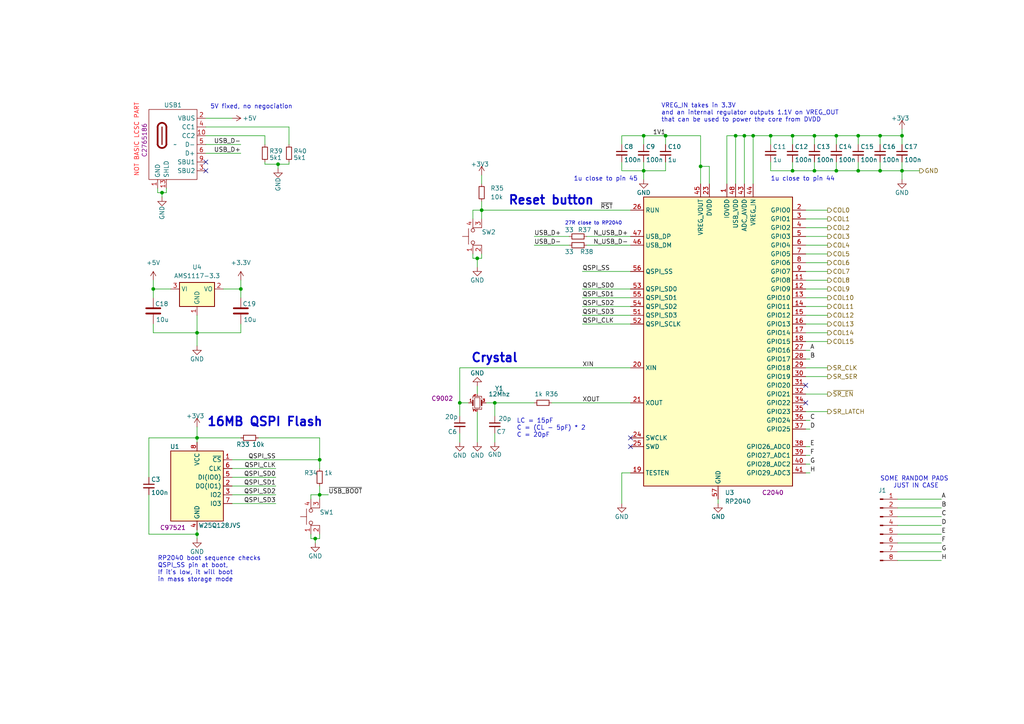
<source format=kicad_sch>
(kicad_sch (version 20231120) (generator "eeschema") (generator_version "8.0")
  (paper "A4")
  (lib_symbols
    (symbol "Connector:Conn_01x08_Pin" (pin_names (offset 1.016) hide)
      (property "Reference" "J" (at 0 10.16 0))
      (property "Value" "Conn_01x08_Pin" (at 0 -12.7 0))
      (symbol "Conn_01x08_Pin_1_1"
        (polyline (pts (xy 1.27 -10.16) (xy 0.8636 -10.16)) (stroke (width 0.1524)))
        (polyline (pts (xy 1.27 -7.62) (xy 0.8636 -7.62)) (stroke (width 0.1524)))
        (polyline (pts (xy 1.27 -5.08) (xy 0.8636 -5.08)) (stroke (width 0.1524)))
        (polyline (pts (xy 1.27 -2.54) (xy 0.8636 -2.54)) (stroke (width 0.1524)))
        (polyline (pts (xy 1.27 0) (xy 0.8636 0)) (stroke (width 0.1524)))
        (polyline (pts (xy 1.27 2.54) (xy 0.8636 2.54)) (stroke (width 0.1524)))
        (polyline (pts (xy 1.27 5.08) (xy 0.8636 5.08)) (stroke (width 0.1524)))
        (polyline (pts (xy 1.27 7.62) (xy 0.8636 7.62)) (stroke (width 0.1524)))
        (rectangle (start 0.8636 -10.033) (end 0 -10.287) (stroke (width 0.1524)) (fill (type outline)))
        (rectangle (start 0.8636 -7.493) (end 0 -7.747) (stroke (width 0.1524)) (fill (type outline)))
        (rectangle (start 0.8636 -4.953) (end 0 -5.207) (stroke (width 0.1524)) (fill (type outline)))
        (rectangle (start 0.8636 -2.413) (end 0 -2.667) (stroke (width 0.1524)) (fill (type outline)))
        (rectangle (start 0.8636 0.127) (end 0 -0.127) (stroke (width 0.1524)) (fill (type outline)))
        (rectangle (start 0.8636 2.667) (end 0 2.413) (stroke (width 0.1524)) (fill (type outline)))
        (rectangle (start 0.8636 5.207) (end 0 4.953) (stroke (width 0.1524)) (fill (type outline)))
        (rectangle (start 0.8636 7.747) (end 0 7.493) (stroke (width 0.1524)) (fill (type outline)))
        (pin passive line (at 5.08 7.62 180) (length 3.81) (name "Pin_1") (number "1"))
        (pin passive line (at 5.08 5.08 180) (length 3.81) (name "Pin_2") (number "2"))
        (pin passive line (at 5.08 2.54 180) (length 3.81) (name "Pin_3") (number "3"))
        (pin passive line (at 5.08 0 180) (length 3.81) (name "Pin_4") (number "4"))
        (pin passive line (at 5.08 -2.54 180) (length 3.81) (name "Pin_5") (number "5"))
        (pin passive line (at 5.08 -5.08 180) (length 3.81) (name "Pin_6") (number "6"))
        (pin passive line (at 5.08 -7.62 180) (length 3.81) (name "Pin_7") (number "7"))
        (pin passive line (at 5.08 -10.16 180) (length 3.81) (name "Pin_8") (number "8"))
      )
    )
    (symbol "Device:C" (pin_numbers hide) (pin_names (offset 0.254))
      (property "Reference" "C" (at 0.635 2.54 0))
      (property "Value" "C" (at 0.635 -2.54 0))
      (symbol "C_0_1"
        (polyline (pts (xy -2.032 -0.762) (xy 2.032 -0.762)) (stroke (width 0.508)))
        (polyline (pts (xy -2.032 0.762) (xy 2.032 0.762)) (stroke (width 0.508)))
      )
      (symbol "C_1_1"
        (pin passive line (at 0 3.81 270) (length 2.794) (name "~") (number "1"))
        (pin passive line (at 0 -3.81 90) (length 2.794) (name "~") (number "2"))
      )
    )
    (symbol "Device:C_Small" (pin_numbers hide) (pin_names (offset 0.254) hide)
      (property "Reference" "C" (at 0.254 1.778 0))
      (property "Value" "C_Small" (at 0.254 -2.032 0))
      (symbol "C_Small_0_1"
        (polyline (pts (xy -1.524 -0.508) (xy 1.524 -0.508)) (stroke (width 0.3302)))
        (polyline (pts (xy -1.524 0.508) (xy 1.524 0.508)) (stroke (width 0.3048)))
      )
      (symbol "C_Small_1_1"
        (pin passive line (at 0 2.54 270) (length 2.032) (name "~") (number "1"))
        (pin passive line (at 0 -2.54 90) (length 2.032) (name "~") (number "2"))
      )
    )
    (symbol "Device:Crystal_GND24_Small" (pin_names (offset 1.016) hide)
      (property "Reference" "Y" (at 1.27 4.445 0))
      (property "Value" "Crystal_GND24_Small" (at 1.27 2.54 0))
      (symbol "Crystal_GND24_Small_0_1"
        (rectangle (start -0.762 -1.524) (end 0.762 1.524))
        (polyline (pts (xy -1.27 -0.762) (xy -1.27 0.762)) (stroke (width 0.381)))
        (polyline (pts (xy 1.27 -0.762) (xy 1.27 0.762)) (stroke (width 0.381)))
        (polyline (pts (xy -1.27 -1.27) (xy -1.27 -1.905) (xy 1.27 -1.905) (xy 1.27 -1.27)))
        (polyline (pts (xy -1.27 1.27) (xy -1.27 1.905) (xy 1.27 1.905) (xy 1.27 1.27)))
      )
      (symbol "Crystal_GND24_Small_1_1"
        (pin passive line (at -2.54 0 0) (length 1.27) (name "1") (number "1"))
        (pin passive line (at 0 -2.54 90) (length 0.635) (name "2") (number "2"))
        (pin passive line (at 2.54 0 180) (length 1.27) (name "3") (number "3"))
        (pin passive line (at 0 2.54 270) (length 0.635) (name "4") (number "4"))
      )
    )
    (symbol "Device:R_Small" (pin_numbers hide) (pin_names (offset 0.254) hide)
      (property "Reference" "R" (at 0.762 0.508 0))
      (property "Value" "R_Small" (at 0.762 -1.016 0))
      (symbol "R_Small_0_1"
        (rectangle (start -0.762 1.778) (end 0.762 -1.778) (stroke (width 0.2032)))
      )
      (symbol "R_Small_1_1"
        (pin passive line (at 0 2.54 270) (length 0.762) (name "~") (number "1"))
        (pin passive line (at 0 -2.54 90) (length 0.762) (name "~") (number "2"))
      )
    )
    (symbol "MCU_RaspberryPi:RP2040"
      (property "Reference" "U" (at 17.78 45.72 0))
      (property "Value" "RP2040" (at 17.78 43.18 0))
      (symbol "RP2040_0_1"
        (rectangle (start -21.59 41.91) (end 21.59 -41.91) (stroke (width 0.254)) (fill (type background)))
      )
      (symbol "RP2040_1_1"
        (pin power_in line (at 2.54 45.72 270) (length 3.81) (name "IOVDD") (number "1"))
        (pin passive line (at 2.54 45.72 270) (length 3.81) hide (name "IOVDD") (number "10"))
        (pin bidirectional line (at 25.4 17.78 180) (length 3.81) (name "GPIO8") (number "11"))
        (pin bidirectional line (at 25.4 15.24 180) (length 3.81) (name "GPIO9") (number "12"))
        (pin bidirectional line (at 25.4 12.7 180) (length 3.81) (name "GPIO10") (number "13"))
        (pin bidirectional line (at 25.4 10.16 180) (length 3.81) (name "GPIO11") (number "14"))
        (pin bidirectional line (at 25.4 7.62 180) (length 3.81) (name "GPIO12") (number "15"))
        (pin bidirectional line (at 25.4 5.08 180) (length 3.81) (name "GPIO13") (number "16"))
        (pin bidirectional line (at 25.4 2.54 180) (length 3.81) (name "GPIO14") (number "17"))
        (pin bidirectional line (at 25.4 0 180) (length 3.81) (name "GPIO15") (number "18"))
        (pin input line (at -25.4 -38.1 0) (length 3.81) (name "TESTEN") (number "19"))
        (pin bidirectional line (at 25.4 38.1 180) (length 3.81) (name "GPIO0") (number "2"))
        (pin input line (at -25.4 -7.62 0) (length 3.81) (name "XIN") (number "20"))
        (pin passive line (at -25.4 -17.78 0) (length 3.81) (name "XOUT") (number "21"))
        (pin passive line (at 2.54 45.72 270) (length 3.81) hide (name "IOVDD") (number "22"))
        (pin power_in line (at -2.54 45.72 270) (length 3.81) (name "DVDD") (number "23"))
        (pin input line (at -25.4 -27.94 0) (length 3.81) (name "SWCLK") (number "24"))
        (pin bidirectional line (at -25.4 -30.48 0) (length 3.81) (name "SWD") (number "25"))
        (pin input line (at -25.4 38.1 0) (length 3.81) (name "RUN") (number "26"))
        (pin bidirectional line (at 25.4 -2.54 180) (length 3.81) (name "GPIO16") (number "27"))
        (pin bidirectional line (at 25.4 -5.08 180) (length 3.81) (name "GPIO17") (number "28"))
        (pin bidirectional line (at 25.4 -7.62 180) (length 3.81) (name "GPIO18") (number "29"))
        (pin bidirectional line (at 25.4 35.56 180) (length 3.81) (name "GPIO1") (number "3"))
        (pin bidirectional line (at 25.4 -10.16 180) (length 3.81) (name "GPIO19") (number "30"))
        (pin bidirectional line (at 25.4 -12.7 180) (length 3.81) (name "GPIO20") (number "31"))
        (pin bidirectional line (at 25.4 -15.24 180) (length 3.81) (name "GPIO21") (number "32"))
        (pin passive line (at 2.54 45.72 270) (length 3.81) hide (name "IOVDD") (number "33"))
        (pin bidirectional line (at 25.4 -17.78 180) (length 3.81) (name "GPIO22") (number "34"))
        (pin bidirectional line (at 25.4 -20.32 180) (length 3.81) (name "GPIO23") (number "35"))
        (pin bidirectional line (at 25.4 -22.86 180) (length 3.81) (name "GPIO24") (number "36"))
        (pin bidirectional line (at 25.4 -25.4 180) (length 3.81) (name "GPIO25") (number "37"))
        (pin bidirectional line (at 25.4 -30.48 180) (length 3.81) (name "GPIO26_ADC0") (number "38"))
        (pin bidirectional line (at 25.4 -33.02 180) (length 3.81) (name "GPIO27_ADC1") (number "39"))
        (pin bidirectional line (at 25.4 33.02 180) (length 3.81) (name "GPIO2") (number "4"))
        (pin bidirectional line (at 25.4 -35.56 180) (length 3.81) (name "GPIO28_ADC2") (number "40"))
        (pin bidirectional line (at 25.4 -38.1 180) (length 3.81) (name "GPIO29_ADC3") (number "41"))
        (pin passive line (at 2.54 45.72 270) (length 3.81) hide (name "IOVDD") (number "42"))
        (pin power_in line (at 7.62 45.72 270) (length 3.81) (name "ADC_AVDD") (number "43"))
        (pin power_in line (at 10.16 45.72 270) (length 3.81) (name "VREG_IN") (number "44"))
        (pin power_out line (at -5.08 45.72 270) (length 3.81) (name "VREG_VOUT") (number "45"))
        (pin bidirectional line (at -25.4 27.94 0) (length 3.81) (name "USB_DM") (number "46"))
        (pin bidirectional line (at -25.4 30.48 0) (length 3.81) (name "USB_DP") (number "47"))
        (pin power_in line (at 5.08 45.72 270) (length 3.81) (name "USB_VDD") (number "48"))
        (pin passive line (at 2.54 45.72 270) (length 3.81) hide (name "IOVDD") (number "49"))
        (pin bidirectional line (at 25.4 30.48 180) (length 3.81) (name "GPIO3") (number "5"))
        (pin passive line (at -2.54 45.72 270) (length 3.81) hide (name "DVDD") (number "50"))
        (pin bidirectional line (at -25.4 7.62 0) (length 3.81) (name "QSPI_SD3") (number "51"))
        (pin output line (at -25.4 5.08 0) (length 3.81) (name "QSPI_SCLK") (number "52"))
        (pin bidirectional line (at -25.4 15.24 0) (length 3.81) (name "QSPI_SD0") (number "53"))
        (pin bidirectional line (at -25.4 10.16 0) (length 3.81) (name "QSPI_SD2") (number "54"))
        (pin bidirectional line (at -25.4 12.7 0) (length 3.81) (name "QSPI_SD1") (number "55"))
        (pin bidirectional line (at -25.4 20.32 0) (length 3.81) (name "QSPI_SS") (number "56"))
        (pin power_in line (at 0 -45.72 90) (length 3.81) (name "GND") (number "57"))
        (pin bidirectional line (at 25.4 27.94 180) (length 3.81) (name "GPIO4") (number "6"))
        (pin bidirectional line (at 25.4 25.4 180) (length 3.81) (name "GPIO5") (number "7"))
        (pin bidirectional line (at 25.4 22.86 180) (length 3.81) (name "GPIO6") (number "8"))
        (pin bidirectional line (at 25.4 20.32 180) (length 3.81) (name "GPIO7") (number "9"))
      )
    )
    (symbol "Memory_Flash:W25Q128JVS"
      (property "Reference" "U" (at -8.89 8.89 0))
      (property "Value" "W25Q128JVS" (at 7.62 8.89 0))
      (symbol "W25Q128JVS_0_1"
        (rectangle (start -7.62 10.16) (end 7.62 -10.16) (stroke (width 0.254)) (fill (type background)))
      )
      (symbol "W25Q128JVS_1_1"
        (pin input line (at -10.16 7.62 0) (length 2.54) (name "~{CS}") (number "1"))
        (pin bidirectional line (at -10.16 0 0) (length 2.54) (name "DO(IO1)") (number "2"))
        (pin bidirectional line (at -10.16 -2.54 0) (length 2.54) (name "IO2") (number "3"))
        (pin power_in line (at 0 -12.7 90) (length 2.54) (name "GND") (number "4"))
        (pin bidirectional line (at -10.16 2.54 0) (length 2.54) (name "DI(IO0)") (number "5"))
        (pin input line (at -10.16 5.08 0) (length 2.54) (name "CLK") (number "6"))
        (pin bidirectional line (at -10.16 -5.08 0) (length 2.54) (name "IO3") (number "7"))
        (pin power_in line (at 0 12.7 270) (length 2.54) (name "VCC") (number "8"))
      )
    )
    (symbol "Regulator_Linear:AMS1117-3.3"
      (property "Reference" "U" (at -3.81 3.175 0))
      (property "Value" "AMS1117-3.3" (at 0 3.175 0))
      (symbol "AMS1117-3.3_0_1"
        (rectangle (start -5.08 -5.08) (end 5.08 1.905) (stroke (width 0.254)) (fill (type background)))
      )
      (symbol "AMS1117-3.3_1_1"
        (pin power_in line (at 0 -7.62 90) (length 2.54) (name "GND") (number "1"))
        (pin power_out line (at 7.62 0 180) (length 2.54) (name "VO") (number "2"))
        (pin power_in line (at -7.62 0 0) (length 2.54) (name "VI") (number "3"))
      )
    )
    (symbol "Switch:SW_MEC_5E" (pin_names (offset 1.016) hide)
      (property "Reference" "SW" (at 0.635 5.715 0))
      (property "Value" "SW_MEC_5E" (at 0 -3.175 0))
      (symbol "SW_MEC_5E_0_1"
        (circle (center -1.778 2.54) (radius 0.508))
        (polyline (pts (xy -2.286 3.81) (xy 2.286 3.81)))
        (polyline (pts (xy 0 3.81) (xy 0 5.588)))
        (polyline (pts (xy -2.54 0) (xy -2.54 2.54) (xy -2.286 2.54)))
        (polyline (pts (xy 2.54 0) (xy 2.54 2.54) (xy 2.286 2.54)))
        (circle (center 1.778 2.54) (radius 0.508))
        (pin passive line (at -5.08 2.54 0) (length 2.54) (name "1") (number "1"))
        (pin passive line (at -5.08 0 0) (length 2.54) (name "2") (number "2"))
        (pin passive line (at 5.08 0 180) (length 2.54) (name "K") (number "3"))
        (pin passive line (at 5.08 2.54 180) (length 2.54) (name "A") (number "4"))
      )
    )
    (symbol "USB_C:USBC_16P"
      (property "Reference" "USB" (at 2.54 11.43 0))
      (property "LCSC" "C2765186" (at 0 0 0))
      (symbol "USBC_16P_0_1"
        (rectangle (start -7.62 10.16) (end 6.35 -10.16))
      )
      (symbol "USBC_16P_1_1"
        (arc (start -5.08 0) (mid -3.81 -1.0075) (end -2.54 0) (stroke (width 0.5)))
        (rectangle (start -3.81 5.08) (end -3.81 0) (stroke (width 0.3)))
        (arc (start -2.54 5.08) (mid -3.81 6.286) (end -5.08 5.08) (stroke (width 0.5)))
        (polyline (pts (xy -5.08 5.08) (xy -5.08 0)) (stroke (width 0.5)))
        (polyline (pts (xy -2.54 5.08) (xy -2.54 0)) (stroke (width 0.5)))
        (pin passive line (at -5.08 -12.7 90) (length 2.54) (name "GND") (number "1"))
        (pin passive line (at 8.89 2.54 180) (length 2.54) (name "CC2") (number "10"))
        (pin passive line (at 8.89 7.62 180) (length 2.54) hide (name "VBUS") (number "11"))
        (pin passive line (at -5.08 -12.7 90) (length 2.54) hide (name "GND") (number "12"))
        (pin passive line (at -2.54 -12.7 90) (length 2.54) (name "SHLD") (number "13"))
        (pin passive line (at 8.89 7.62 180) (length 2.54) (name "VBUS") (number "2"))
        (pin passive line (at 8.89 -7.62 180) (length 2.54) (name "SBU2") (number "3"))
        (pin passive line (at 8.89 5.08 180) (length 2.54) (name "CC1") (number "4"))
        (pin passive line (at 8.89 0 180) (length 2.54) (name "D-") (number "5"))
        (pin passive line (at 8.89 -2.54 180) (length 2.54) (name "D+") (number "6"))
        (pin passive line (at 8.89 0 180) (length 2.54) hide (name "D-") (number "7"))
        (pin passive line (at 8.89 -2.54 180) (length 2.54) hide (name "D+") (number "8"))
        (pin passive line (at 8.89 -5.08 180) (length 2.54) (name "SBU1") (number "9"))
      )
    )
    (symbol "power:+3.3V" (power) (pin_numbers hide) (pin_names (offset 0) hide)
      (property "Value" "+3.3V" (at 0 3.556 0))
      (symbol "+3.3V_0_1"
        (polyline (pts (xy -0.762 1.27) (xy 0 2.54)))
        (polyline (pts (xy 0 0) (xy 0 2.54)))
        (polyline (pts (xy 0 2.54) (xy 0.762 1.27)))
      )
      (symbol "+3.3V_1_1"
        (pin power_in line (at 0 0 90) (length 0) (name "~") (number "1"))
      )
    )
    (symbol "power:+3V3" (power) (pin_names (offset 0))
      (property "Value" "+3V3" (at 0 3.556 0))
      (symbol "+3V3_0_1"
        (polyline (pts (xy -0.762 1.27) (xy 0 2.54)))
        (polyline (pts (xy 0 0) (xy 0 2.54)))
        (polyline (pts (xy 0 2.54) (xy 0.762 1.27)))
      )
      (symbol "+3V3_1_1"
        (pin power_in line (at 0 0 90) (length 0) hide (name "+3V3") (number "1"))
      )
    )
    (symbol "power:+5V" (power) (pin_numbers hide) (pin_names (offset 0) hide)
      (property "Value" "+5V" (at 0 3.556 0))
      (symbol "+5V_0_1"
        (polyline (pts (xy -0.762 1.27) (xy 0 2.54)))
        (polyline (pts (xy 0 0) (xy 0 2.54)))
        (polyline (pts (xy 0 2.54) (xy 0.762 1.27)))
      )
      (symbol "+5V_1_1"
        (pin power_in line (at 0 0 90) (length 0) (name "~") (number "1"))
      )
    )
    (symbol "power:GND" (power) (pin_names (offset 0))
      (property "Value" "GND" (at 0 -3.81 0))
      (symbol "GND_0_1"
        (polyline (pts (xy 0 0) (xy 0 -1.27) (xy 1.27 -1.27) (xy 0 -2.54) (xy -1.27 -1.27) (xy 0 -1.27)))
      )
      (symbol "GND_1_1"
        (pin power_in line (at 0 0 270) (length 0) hide (name "GND") (number "1"))
      )
    )
  )
  (junction (at 236.22 49.53))
  (junction (at 92.71 143.51))
  (junction (at 223.52 39.37))
  (junction (at 255.27 39.37))
  (junction (at 133.35 116.84))
  (junction (at 203.2 48.26))
  (junction (at 255.27 49.53))
  (junction (at 69.85 83.82))
  (junction (at 91.44 156.21))
  (junction (at 193.04 39.37))
  (junction (at 236.22 39.37))
  (junction (at 242.57 39.37))
  (junction (at 139.7 60.96))
  (junction (at 143.51 116.84))
  (junction (at 261.62 39.37))
  (junction (at 186.69 49.53))
  (junction (at 92.71 133.35))
  (junction (at 213.36 39.37))
  (junction (at 248.92 39.37))
  (junction (at 186.69 39.37))
  (junction (at 248.92 49.53))
  (junction (at 229.87 39.37))
  (junction (at 261.62 49.53))
  (junction (at 80.645 47.625))
  (junction (at 229.87 49.53))
  (junction (at 215.9 39.37))
  (junction (at 44.45 83.82))
  (junction (at 57.15 154.94))
  (junction (at 46.99 55.88))
  (junction (at 57.15 96.52))
  (junction (at 57.15 127))
  (junction (at 242.57 49.53))
  (junction (at 138.43 74.93))
  (junction (at 218.44 39.37))
  (no_connect (at 182.88 129.54))
  (no_connect (at 233.68 111.76))
  (no_connect (at 59.69 46.99))
  (no_connect (at 233.68 116.84))
  (no_connect (at 182.88 127))
  (no_connect (at 59.69 49.53))
  (wire (pts (xy 223.52 39.37) (xy 229.87 39.37)))
  (wire (pts (xy 236.22 39.37) (xy 236.22 41.91)))
  (wire (pts (xy 57.15 123.825) (xy 57.15 127)))
  (wire (pts (xy 233.68 134.62) (xy 234.95 134.62)))
  (wire (pts (xy 215.9 39.37) (xy 218.44 39.37)))
  (wire (pts (xy 260.35 149.86) (xy 273.05 149.86)))
  (wire (pts (xy 233.68 96.52) (xy 240.03 96.52)))
  (wire (pts (xy 137.16 74.93) (xy 137.16 73.66)))
  (wire (pts (xy 170.18 68.58) (xy 182.88 68.58)))
  (wire (pts (xy 165.1 68.58) (xy 154.94 68.58)))
  (wire (pts (xy 143.51 128.27) (xy 143.51 125.73)))
  (wire (pts (xy 233.68 119.38) (xy 240.03 119.38)))
  (wire (pts (xy 43.18 154.94) (xy 57.15 154.94)))
  (wire (pts (xy 248.92 46.99) (xy 248.92 49.53)))
  (wire (pts (xy 90.17 143.51) (xy 90.17 144.78)))
  (wire (pts (xy 80.01 143.51) (xy 67.31 143.51)))
  (wire (pts (xy 43.18 127) (xy 43.18 138.43)))
  (wire (pts (xy 92.71 133.35) (xy 92.71 135.89)))
  (wire (pts (xy 67.31 133.35) (xy 92.71 133.35)))
  (wire (pts (xy 261.62 39.37) (xy 261.62 41.91)))
  (wire (pts (xy 59.69 34.29) (xy 67.31 34.29)))
  (wire (pts (xy 69.85 81.28) (xy 69.85 83.82)))
  (wire (pts (xy 139.7 73.66) (xy 139.7 74.93)))
  (wire (pts (xy 57.15 96.52) (xy 57.15 100.33)))
  (wire (pts (xy 139.7 50.8) (xy 139.7 53.34)))
  (wire (pts (xy 92.71 156.21) (xy 91.44 156.21)))
  (wire (pts (xy 168.91 83.82) (xy 182.88 83.82)))
  (wire (pts (xy 92.71 154.94) (xy 92.71 156.21)))
  (wire (pts (xy 186.69 46.99) (xy 186.69 49.53)))
  (wire (pts (xy 260.35 162.56) (xy 273.05 162.56)))
  (wire (pts (xy 59.69 36.83) (xy 83.82 36.83)))
  (wire (pts (xy 64.77 83.82) (xy 69.85 83.82)))
  (wire (pts (xy 233.68 60.96) (xy 240.03 60.96)))
  (wire (pts (xy 255.27 49.53) (xy 261.62 49.53)))
  (wire (pts (xy 59.69 39.37) (xy 76.835 39.37)))
  (wire (pts (xy 57.15 91.44) (xy 57.15 96.52)))
  (wire (pts (xy 223.52 49.53) (xy 229.87 49.53)))
  (wire (pts (xy 168.91 78.74) (xy 182.88 78.74)))
  (wire (pts (xy 137.16 63.5) (xy 137.16 60.96)))
  (wire (pts (xy 233.68 132.08) (xy 234.95 132.08)))
  (wire (pts (xy 180.34 39.37) (xy 180.34 41.91)))
  (wire (pts (xy 242.57 39.37) (xy 248.92 39.37)))
  (wire (pts (xy 139.7 60.96) (xy 139.7 63.5)))
  (wire (pts (xy 236.22 39.37) (xy 229.87 39.37)))
  (wire (pts (xy 133.35 120.65) (xy 133.35 116.84)))
  (wire (pts (xy 205.74 53.34) (xy 205.74 48.26)))
  (wire (pts (xy 59.69 41.91) (xy 69.85 41.91)))
  (wire (pts (xy 90.17 154.94) (xy 90.17 156.21)))
  (wire (pts (xy 44.45 93.98) (xy 44.45 96.52)))
  (wire (pts (xy 140.97 116.84) (xy 143.51 116.84)))
  (wire (pts (xy 193.04 39.37) (xy 193.04 41.91)))
  (wire (pts (xy 233.68 101.6) (xy 234.95 101.6)))
  (wire (pts (xy 69.85 93.98) (xy 69.85 96.52)))
  (wire (pts (xy 46.99 55.88) (xy 46.99 57.15)))
  (wire (pts (xy 233.68 68.58) (xy 240.03 68.58)))
  (wire (pts (xy 76.835 47.625) (xy 80.645 47.625)))
  (wire (pts (xy 233.68 114.3) (xy 240.03 114.3)))
  (wire (pts (xy 236.22 46.99) (xy 236.22 49.53)))
  (wire (pts (xy 260.35 147.32) (xy 273.05 147.32)))
  (wire (pts (xy 193.04 39.37) (xy 203.2 39.37)))
  (wire (pts (xy 80.01 138.43) (xy 67.31 138.43)))
  (wire (pts (xy 236.22 49.53) (xy 229.87 49.53)))
  (wire (pts (xy 92.71 143.51) (xy 95.25 143.51)))
  (wire (pts (xy 92.71 143.51) (xy 92.71 144.78)))
  (wire (pts (xy 83.82 36.83) (xy 83.82 41.91)))
  (wire (pts (xy 133.35 106.68) (xy 182.88 106.68)))
  (wire (pts (xy 92.71 140.97) (xy 92.71 143.51)))
  (wire (pts (xy 255.27 46.99) (xy 255.27 49.53)))
  (wire (pts (xy 186.69 49.53) (xy 186.69 52.07)))
  (wire (pts (xy 186.69 39.37) (xy 186.69 41.91)))
  (wire (pts (xy 57.15 153.67) (xy 57.15 154.94)))
  (wire (pts (xy 255.27 39.37) (xy 261.62 39.37)))
  (wire (pts (xy 170.18 71.12) (xy 182.88 71.12)))
  (wire (pts (xy 80.01 140.97) (xy 67.31 140.97)))
  (wire (pts (xy 143.51 116.84) (xy 154.94 116.84)))
  (wire (pts (xy 57.15 127) (xy 43.18 127)))
  (wire (pts (xy 213.36 39.37) (xy 213.36 53.34)))
  (wire (pts (xy 91.44 156.21) (xy 91.44 157.48)))
  (wire (pts (xy 248.92 39.37) (xy 248.92 41.91)))
  (wire (pts (xy 57.15 127) (xy 57.15 128.27)))
  (wire (pts (xy 80.01 146.05) (xy 67.31 146.05)))
  (wire (pts (xy 45.72 54.61) (xy 45.72 55.88)))
  (wire (pts (xy 233.68 83.82) (xy 240.03 83.82)))
  (wire (pts (xy 138.43 74.93) (xy 137.16 74.93)))
  (wire (pts (xy 133.35 106.68) (xy 133.35 116.84)))
  (wire (pts (xy 205.74 48.26) (xy 203.2 48.26)))
  (wire (pts (xy 229.87 46.99) (xy 229.87 49.53)))
  (wire (pts (xy 260.35 157.48) (xy 273.05 157.48)))
  (wire (pts (xy 255.27 39.37) (xy 255.27 41.91)))
  (wire (pts (xy 48.26 55.88) (xy 46.99 55.88)))
  (wire (pts (xy 193.04 46.99) (xy 193.04 49.53)))
  (wire (pts (xy 242.57 49.53) (xy 248.92 49.53)))
  (wire (pts (xy 242.57 39.37) (xy 242.57 41.91)))
  (wire (pts (xy 233.68 66.04) (xy 240.03 66.04)))
  (wire (pts (xy 92.71 143.51) (xy 90.17 143.51)))
  (wire (pts (xy 233.68 88.9) (xy 240.03 88.9)))
  (wire (pts (xy 236.22 39.37) (xy 242.57 39.37)))
  (wire (pts (xy 83.82 47.625) (xy 80.645 47.625)))
  (wire (pts (xy 76.835 39.37) (xy 76.835 41.91)))
  (wire (pts (xy 203.2 53.34) (xy 203.2 48.26)))
  (wire (pts (xy 233.68 63.5) (xy 240.03 63.5)))
  (wire (pts (xy 223.52 39.37) (xy 223.52 41.91)))
  (wire (pts (xy 233.68 109.22) (xy 240.03 109.22)))
  (wire (pts (xy 83.82 46.99) (xy 83.82 47.625)))
  (wire (pts (xy 137.16 60.96) (xy 139.7 60.96)))
  (wire (pts (xy 248.92 49.53) (xy 255.27 49.53)))
  (wire (pts (xy 261.62 46.99) (xy 261.62 49.53)))
  (wire (pts (xy 260.35 160.02) (xy 273.05 160.02)))
  (wire (pts (xy 143.51 116.84) (xy 143.51 120.65)))
  (wire (pts (xy 44.45 86.36) (xy 44.45 83.82)))
  (wire (pts (xy 233.68 104.14) (xy 234.95 104.14)))
  (wire (pts (xy 242.57 46.99) (xy 242.57 49.53)))
  (wire (pts (xy 233.68 93.98) (xy 240.03 93.98)))
  (wire (pts (xy 80.645 47.625) (xy 80.645 48.895)))
  (wire (pts (xy 44.45 96.52) (xy 57.15 96.52)))
  (wire (pts (xy 168.91 88.9) (xy 182.88 88.9)))
  (wire (pts (xy 43.18 143.51) (xy 43.18 154.94)))
  (wire (pts (xy 186.69 39.37) (xy 193.04 39.37)))
  (wire (pts (xy 180.34 39.37) (xy 186.69 39.37)))
  (wire (pts (xy 160.02 116.84) (xy 182.88 116.84)))
  (wire (pts (xy 138.43 119.38) (xy 138.43 128.27)))
  (wire (pts (xy 248.92 39.37) (xy 255.27 39.37)))
  (wire (pts (xy 168.91 86.36) (xy 182.88 86.36)))
  (wire (pts (xy 213.36 39.37) (xy 215.9 39.37)))
  (wire (pts (xy 233.68 78.74) (xy 240.03 78.74)))
  (wire (pts (xy 233.68 106.68) (xy 240.03 106.68)))
  (wire (pts (xy 218.44 39.37) (xy 218.44 53.34)))
  (wire (pts (xy 242.57 49.53) (xy 236.22 49.53)))
  (wire (pts (xy 260.35 154.94) (xy 273.05 154.94)))
  (wire (pts (xy 203.2 48.26) (xy 203.2 39.37)))
  (wire (pts (xy 139.7 74.93) (xy 138.43 74.93)))
  (wire (pts (xy 165.1 71.12) (xy 154.94 71.12)))
  (wire (pts (xy 138.43 112.014) (xy 138.43 114.3)))
  (wire (pts (xy 59.69 44.45) (xy 69.85 44.45)))
  (wire (pts (xy 180.34 137.16) (xy 180.34 146.05)))
  (wire (pts (xy 260.35 144.78) (xy 273.05 144.78)))
  (wire (pts (xy 233.68 137.16) (xy 234.95 137.16)))
  (wire (pts (xy 233.68 71.12) (xy 240.03 71.12)))
  (wire (pts (xy 186.69 49.53) (xy 180.34 49.53)))
  (wire (pts (xy 233.68 73.66) (xy 240.03 73.66)))
  (wire (pts (xy 233.68 121.92) (xy 234.95 121.92)))
  (wire (pts (xy 261.62 49.53) (xy 266.7 49.53)))
  (wire (pts (xy 233.68 124.46) (xy 234.95 124.46)))
  (wire (pts (xy 57.15 96.52) (xy 69.85 96.52)))
  (wire (pts (xy 260.35 152.4) (xy 273.05 152.4)))
  (wire (pts (xy 139.7 60.96) (xy 182.88 60.96)))
  (wire (pts (xy 45.72 55.88) (xy 46.99 55.88)))
  (wire (pts (xy 133.35 128.27) (xy 133.35 125.73)))
  (wire (pts (xy 233.68 86.36) (xy 240.03 86.36)))
  (wire (pts (xy 139.7 58.42) (xy 139.7 60.96)))
  (wire (pts (xy 223.52 46.99) (xy 223.52 49.53)))
  (wire (pts (xy 138.43 74.93) (xy 138.43 77.47)))
  (wire (pts (xy 74.93 127) (xy 92.71 127)))
  (wire (pts (xy 76.835 46.99) (xy 76.835 47.625)))
  (wire (pts (xy 261.62 49.53) (xy 261.62 52.07)))
  (wire (pts (xy 233.68 129.54) (xy 234.95 129.54)))
  (wire (pts (xy 210.82 53.34) (xy 210.82 39.37)))
  (wire (pts (xy 233.68 81.28) (xy 240.03 81.28)))
  (wire (pts (xy 90.17 156.21) (xy 91.44 156.21)))
  (wire (pts (xy 92.71 127) (xy 92.71 133.35)))
  (wire (pts (xy 233.68 76.2) (xy 240.03 76.2)))
  (wire (pts (xy 168.91 91.44) (xy 182.88 91.44)))
  (wire (pts (xy 182.88 137.16) (xy 180.34 137.16)))
  (wire (pts (xy 80.01 135.89) (xy 67.31 135.89)))
  (wire (pts (xy 133.35 116.84) (xy 135.89 116.84)))
  (wire (pts (xy 44.45 83.82) (xy 49.53 83.82)))
  (wire (pts (xy 44.45 81.28) (xy 44.45 83.82)))
  (wire (pts (xy 193.04 49.53) (xy 186.69 49.53)))
  (wire (pts (xy 210.82 39.37) (xy 213.36 39.37)))
  (wire (pts (xy 215.9 53.34) (xy 215.9 39.37)))
  (wire (pts (xy 208.28 144.78) (xy 208.28 146.05)))
  (wire (pts (xy 48.26 54.61) (xy 48.26 55.88)))
  (wire (pts (xy 168.91 93.98) (xy 182.88 93.98)))
  (wire (pts (xy 57.15 127) (xy 69.85 127)))
  (wire (pts (xy 229.87 39.37) (xy 229.87 41.91)))
  (wire (pts (xy 261.62 37.465) (xy 261.62 39.37)))
  (wire (pts (xy 233.68 99.06) (xy 240.03 99.06)))
  (wire (pts (xy 233.68 91.44) (xy 240.03 91.44)))
  (wire (pts (xy 218.44 39.37) (xy 223.52 39.37)))
  (wire (pts (xy 180.34 46.99) (xy 180.34 49.53)))
  (wire (pts (xy 57.15 154.94) (xy 57.15 156.21)))
  (wire (pts (xy 69.85 86.36) (xy 69.85 83.82)))
  (text "16MB QSPI Flash" (at 59.944 123.952 0) (effects (font (size 2.54 2.54) (thickness 0.508) (bold yes)) (justify left bottom)))
  (text "VREG_IN takes in 3.3V\nand an internal regulator outputs 1.1V on VREG_OUT\nthat can be used to power the core from DVDD" (at 191.77 35.56 0) (effects (font (size 1.27 1.27)) (justify left bottom)))
  (text "Reset button" (at 147.32 59.69 0) (effects (font (size 2.54 2.54) (thickness 0.508) (bold yes)) (justify left bottom)))
  (text "RP2040 boot sequence checks\nQSPI_SS pin at boot,\nIf it's low, it will boot\nin mass storage mode" (at 45.72 168.91 0) (effects (font (size 1.27 1.27)) (justify left bottom)))
  (text "27R close to RP2040" (at 163.83 65.405 0) (effects (font (size 1 1)) (justify left bottom)))
  (text "LC = 15pF\nC = (CL - 5pF) * 2 \nC = 20pF" (at 149.86 127 0) (effects (font (size 1.27 1.27)) (justify left bottom)))
  (text "1u close to pin 44" (at 223.52 52.705 0) (effects (font (size 1.27 1.27)) (justify left bottom)))
  (text "1u close to pin 45" (at 166.37 52.705 0) (effects (font (size 1.27 1.27)) (justify left bottom)))
  (text "Crystal" (at 136.525 105.41 0) (effects (font (size 2.54 2.54) (thickness 0.508) (bold yes)) (justify left bottom)))
  (text "5V fixed, no negociation" (at 60.96 31.75 0) (effects (font (size 1.27 1.27)) (justify left bottom)))
  (text "NOT BASIC LCSC PART" (at 40.386 51.308 90) (effects (font (size 1.27 1.27)) (justify left bottom)))
  (text "SOME RANDOM PADS \nJUST IN CASE" (at 265.684 139.954 0) (effects (font (size 1.27 1.27))))
  (label "D" (at 273.05 152.4 0))
  (label "1V1" (at 193.04 39.37 180))
  (label "~{RST}" (at 177.8 60.96 180))
  (label "B" (at 273.05 147.32 0))
  (label "XOUT" (at 168.91 116.84 0))
  (label "F" (at 273.05 157.48 0))
  (label "QSPI_SD2" (at 80.01 143.51 180))
  (label "~{USB_BOOT}" (at 95.25 143.51 0))
  (label "QSPI_SD2" (at 168.91 88.9 0))
  (label "E" (at 234.95 129.54 0))
  (label "QSPI_SD0" (at 168.91 83.82 0))
  (label "F" (at 234.95 132.08 0))
  (label "QSPI_SS" (at 168.91 78.74 0))
  (label "G" (at 234.95 134.62 0))
  (label "D" (at 234.95 124.46 0))
  (label "QSPI_SD1" (at 168.91 86.36 0))
  (label "A" (at 273.05 144.78 0))
  (label "QSPI_SD3" (at 80.01 146.05 180))
  (label "H" (at 273.05 162.56 0))
  (label "C" (at 273.05 149.86 0))
  (label "N_USB_D-" (at 172.085 71.12 0))
  (label "QSPI_SD1" (at 80.01 140.97 180))
  (label "H" (at 234.95 137.16 0))
  (label "QSPI_CLK" (at 80.01 135.89 180))
  (label "USB_D+" (at 69.85 44.45 180))
  (label "B" (at 234.95 104.14 0))
  (label "XIN" (at 168.91 106.68 0))
  (label "N_USB_D+" (at 172.085 68.58 0))
  (label "USB_D-" (at 69.85 41.91 180))
  (label "E" (at 273.05 154.94 0))
  (label "QSPI_CLK" (at 168.91 93.98 0))
  (label "QSPI_SD0" (at 80.01 138.43 180))
  (label "USB_D+" (at 154.94 68.58 0))
  (label "QSPI_SD3" (at 168.91 91.44 0))
  (label "A" (at 234.95 101.6 0))
  (label "QSPI_SS" (at 80.01 133.35 180))
  (label "G" (at 273.05 160.02 0))
  (label "C" (at 234.95 121.92 0))
  (label "USB_D-" (at 154.94 71.12 0))
  (hierarchical_label "COL3" (shape output) (at 240.03 68.58 0))
  (hierarchical_label "COL2" (shape output) (at 240.03 66.04 0))
  (hierarchical_label "COL0" (shape output) (at 240.03 60.96 0))
  (hierarchical_label "COL14" (shape output) (at 240.03 96.52 0))
  (hierarchical_label "COL11" (shape output) (at 240.03 88.9 0))
  (hierarchical_label "~{SR_EN}" (shape output) (at 240.03 114.3 0))
  (hierarchical_label "COL1" (shape output) (at 240.03 63.5 0))
  (hierarchical_label "COL13" (shape output) (at 240.03 93.98 0))
  (hierarchical_label "COL4" (shape output) (at 240.03 71.12 0))
  (hierarchical_label "SR_LATCH" (shape output) (at 240.03 119.38 0))
  (hierarchical_label "COL9" (shape output) (at 240.03 83.82 0))
  (hierarchical_label "SR_CLK" (shape output) (at 240.03 106.68 0))
  (hierarchical_label "SR_SER" (shape output) (at 240.03 109.22 0))
  (hierarchical_label "COL10" (shape output) (at 240.03 86.36 0))
  (hierarchical_label "COL6" (shape output) (at 240.03 76.2 0))
  (hierarchical_label "COL5" (shape output) (at 240.03 73.66 0))
  (hierarchical_label "COL12" (shape output) (at 240.03 91.44 0))
  (hierarchical_label "GND" (shape output) (at 266.7 49.53 0))
  (hierarchical_label "COL8" (shape output) (at 240.03 81.28 0))
  (hierarchical_label "COL15" (shape output) (at 240.03 99.06 0))
  (hierarchical_label "COL7" (shape output) (at 240.03 78.74 0))
  (symbol (lib_id "Device:R_Small") (at 139.7 55.88 0) (unit 1)
    (property "Reference" "R35" (at 142.24 54.61 0) (effects (justify left)))
    (property "Value" "10k" (at 142.24 57.15 0) (effects (justify left)))
    (property "Footprint" "Resistor_SMD:R_0603_1608Metric" (effects (hide yes)))
    (property "LCSC" "C25804" (effects (hide yes)))
    (property "MFR" "CRCW060310K0JNEC " (effects (hide yes)))
    (property "MOUSER" "71-CRCW060310K0JNEC " (effects (hide yes)))
  )
  (symbol (lib_id "Device:C_Small") (at 229.87 44.45 0) (unit 1)
    (property "Reference" "C12" (at 230.505 42.545 0) (effects (justify left)))
    (property "Value" "100n" (at 230.505 46.355 0) (effects (justify left)))
    (property "Footprint" "Capacitor_SMD:C_0603_1608Metric" (effects (hide yes)))
    (property "LCSC" "C14663" (effects (hide yes)))
    (property "MFR" "TMK107BJ104KA-T " (effects (hide yes)))
    (property "MOUSER" "963-TMK107BJ104KA-T" (effects (hide yes)))
  )
  (symbol (lib_id "power:GND") (at 133.35 128.27 0) (unit 1)
    (property "Reference" "#PWR040" (effects (hide yes)))
    (property "Value" "GND" (at 133.35 132.08 0))
  )
  (symbol (lib_id "Device:R_Small") (at 157.48 116.84 270) (unit 1)
    (property "Reference" "R36" (at 160.02 114.3 90))
    (property "Value" "1k" (at 156.21 114.3 90))
    (property "Footprint" "Resistor_SMD:R_1206_3216Metric" (effects (hide yes)))
    (property "LCSC" "C21190" (effects (hide yes)))
    (property "MFR" " ERJ-S08F1001V " (effects (hide yes)))
    (property "MOUSER" " 667-ERJ-S08F1001V " (effects (hide yes)))
  )
  (symbol (lib_id "power:GND") (at 180.34 146.05 0) (unit 1)
    (property "Reference" "#PWR046" (effects (hide yes)))
    (property "Value" "GND" (at 180.34 149.86 0))
  )
  (symbol (lib_id "power:GND") (at 138.43 112.014 180) (unit 1)
    (property "Reference" "#PWR042" (effects (hide yes)))
    (property "Value" "GND" (at 138.43 108.204 0))
  )
  (symbol (lib_id "power:GND") (at 143.51 128.27 0) (unit 1)
    (property "Reference" "#PWR045" (effects (hide yes)))
    (property "Value" "GND" (at 143.51 131.826 0))
  )
  (symbol (lib_id "Device:C_Small") (at 236.22 44.45 0) (unit 1)
    (property "Reference" "C13" (at 236.855 42.545 0) (effects (justify left)))
    (property "Value" "100n" (at 236.855 46.355 0) (effects (justify left)))
    (property "Footprint" "Capacitor_SMD:C_0603_1608Metric" (effects (hide yes)))
    (property "LCSC" "C14663" (effects (hide yes)))
    (property "MFR" "TMK107BJ104KA-T " (effects (hide yes)))
    (property "MOUSER" "963-TMK107BJ104KA-T" (effects (hide yes)))
  )
  (symbol (lib_id "power:GND") (at 208.28 146.05 0) (unit 1)
    (property "Reference" "#PWR048" (effects (hide yes)))
    (property "Value" "GND" (at 208.28 149.86 0))
  )
  (symbol (lib_id "power:+3.3V") (at 69.85 81.28 0) (unit 1)
    (property "Reference" "#PWR055" (effects (hide yes)))
    (property "Value" "+3.3V" (at 69.85 76.2 0))
    (property "Description" "Power symbol creates a global label with name \"+3.3V\"" (effects (hide yes)))
  )
  (symbol (lib_id "Device:C") (at 69.85 90.17 0) (unit 1)
    (property "Reference" "C19" (at 70.358 88.138 0) (effects (justify left)))
    (property "Value" "10u" (at 70.612 92.71 0) (effects (justify left)))
    (property "Footprint" "Capacitor_SMD:C_1206_3216Metric" (effects (hide yes)))
    (property "LCSC" "C96446" (effects (hide yes)))
    (property "MFR" "CL31A106MBHNNNE " (effects (hide yes)))
    (property "MOUSER" " 187-CL31A106MBHNNNE  " (effects (hide yes)))
  )
  (symbol (lib_id "Device:C_Small") (at 223.52 44.45 0) (unit 1)
    (property "Reference" "C11" (at 224.155 42.545 0) (effects (justify left)))
    (property "Value" "1u" (at 224.155 46.355 0) (effects (justify left)))
    (property "Footprint" "Capacitor_SMD:C_0603_1608Metric" (effects (hide yes)))
    (property "LCSC" "C15849" (effects (hide yes)))
    (property "MFR" "CL10A105KA8NNNC " (effects (hide yes)))
    (property "MOUSER" "187-CL10A105KA8NNNC " (effects (hide yes)))
  )
  (symbol (lib_id "power:GND") (at 261.62 52.07 0) (unit 1)
    (property "Reference" "#PWR050" (effects (hide yes)))
    (property "Value" "GND" (at 261.62 55.88 0))
  )
  (symbol (lib_id "power:GND") (at 186.69 52.07 0) (unit 1)
    (property "Reference" "#PWR047" (effects (hide yes)))
    (property "Value" "GND" (at 186.69 55.88 0))
  )
  (symbol (lib_id "Device:R_Small") (at 167.64 68.58 270) (unit 1)
    (property "Reference" "R37" (at 169.545 66.675 90))
    (property "Value" "33" (at 165.1 66.675 90))
    (property "Footprint" "Resistor_SMD:R_0603_1608Metric" (effects (hide yes)))
    (property "LCSC" "C23140" (effects (hide yes)))
    (property "MFR" "CRCW060333R0JNEA " (effects (hide yes)))
    (property "MOUSER" "71-CRCW0603J-33-E3 " (effects (hide yes)))
  )
  (symbol (lib_id "MCU_RaspberryPi:RP2040") (at 208.28 99.06 0) (unit 1)
    (property "Reference" "U3" (at 210.2359 142.875 0) (effects (justify left)))
    (property "Value" "RP2040" (at 210.2359 145.415 0) (effects (justify left)))
    (property "Footprint" "Package_DFN_QFN:QFN-56-1EP_7x7mm_P0.4mm_EP3.2x3.2mm" (effects (hide yes)))
    (property "Datasheet" "https://datasheets.raspberrypi.com/rp2040/rp2040-datasheet.pdf" (effects (hide yes)))
    (property "LCSC" "C2040" (at 224.155 142.875 0))
    (property "MFR" "SC0914(13) " (effects (hide yes)))
    (property "MOUSER" "358-SC091413 " (effects (hide yes)))
  )
  (symbol (lib_id "power:+3V3") (at 261.62 37.465 0) (unit 1)
    (property "Reference" "#PWR049" (effects (hide yes)))
    (property "Value" "+3V3" (at 258.445 34.29 0) (effects (justify left)))
  )
  (symbol (lib_id "Device:C_Small") (at 248.92 44.45 0) (unit 1)
    (property "Reference" "C15" (at 249.555 42.545 0) (effects (justify left)))
    (property "Value" "100n" (at 249.555 46.355 0) (effects (justify left)))
    (property "Footprint" "Capacitor_SMD:C_0603_1608Metric" (effects (hide yes)))
    (property "LCSC" "C14663" (effects (hide yes)))
    (property "MFR" "TMK107BJ104KA-T " (effects (hide yes)))
    (property "MOUSER" "963-TMK107BJ104KA-T" (effects (hide yes)))
  )
  (symbol (lib_id "Device:C_Small") (at 193.04 44.45 0) (unit 1)
    (property "Reference" "C10" (at 193.675 42.545 0) (effects (justify left)))
    (property "Value" "1u" (at 193.675 46.355 0) (effects (justify left)))
    (property "Footprint" "Capacitor_SMD:C_0603_1608Metric" (effects (hide yes)))
    (property "LCSC" "C15849" (effects (hide yes)))
    (property "MFR" "CL10A105KA8NNNC " (effects (hide yes)))
    (property "MOUSER" "187-CL10A105KA8NNNC " (effects (hide yes)))
  )
  (symbol (lib_id "Device:C_Small") (at 143.51 123.19 0) (unit 1)
    (property "Reference" "C7" (at 144.018 125.222 0) (effects (justify left)))
    (property "Value" "20p" (at 144.526 121.412 0) (effects (justify left)))
    (property "Footprint" "Capacitor_SMD:C_0603_1608Metric" (effects (hide yes)))
    (property "LCSC" "C1658" (effects (hide yes)))
    (property "MFR" "CL10C200JB8NNNC " (effects (hide yes)))
    (property "MOUSER" "187-CL10C200JB8NNNC " (effects (hide yes)))
  )
  (symbol (lib_id "Memory_Flash:W25Q128JVS") (at 57.15 140.97 0) (mirror y) (unit 1)
    (property "Reference" "U1" (at 52.07 129.54 0) (effects (justify left)))
    (property "Value" "W25Q128JVS" (at 69.85 152.4 0) (effects (justify left)))
    (property "Footprint" "Package_SO:SOIC-8_5.23x5.23mm_P1.27mm" (effects (hide yes)))
    (property "Datasheet" "http://www.winbond.com/resource-files/w25q128jv_dtr%20revc%2003272018%20plus.pdf" (effects (hide yes)))
    (property "LCSC" "C97521" (at 50.165 153.035 0))
    (property "MFR" "W25Q128JVSIM" (effects (hide yes)))
    (property "MOUSER" "454-W25Q128JVSIM " (effects (hide yes)))
  )
  (symbol (lib_id "Device:R_Small") (at 72.39 127 90) (unit 1)
    (property "Reference" "R33" (at 70.485 128.905 90))
    (property "Value" "10k" (at 74.93 128.905 90))
    (property "Footprint" "Resistor_SMD:R_0603_1608Metric" (effects (hide yes)))
    (property "LCSC" "C25804" (effects (hide yes)))
    (property "MFR" "CRCW060310K0JNEC " (effects (hide yes)))
    (property "MOUSER" "71-CRCW060310K0JNEC " (effects (hide yes)))
  )
  (symbol (lib_id "Switch:SW_MEC_5E") (at 139.7 68.58 90) (unit 1)
    (property "Reference" "SW2" (at 139.7 67.31 90) (effects (justify right)))
    (property "Value" "SW_MEC_5E" (effects (hide yes)))
    (property "Footprint" "push_button:TS-1187A-B-A-B" (effects (hide yes)))
    (property "Datasheet" "http://www.apem.com/int/index.php?controller=attachment&id_attachment=1371" (effects (hide yes)))
    (property "MFR" "PTS526 SM15 SMTR2 LFS " (effects (hide yes)))
    (property "MOUSER" "611-PTS526SM15SMTR2L " (effects (hide yes)))
  )
  (symbol (lib_id "Device:C_Small") (at 261.62 44.45 0) (unit 1)
    (property "Reference" "C17" (at 262.255 42.545 0) (effects (justify left)))
    (property "Value" "100n" (at 262.255 46.355 0) (effects (justify left)))
    (property "Footprint" "Capacitor_SMD:C_0603_1608Metric" (effects (hide yes)))
    (property "LCSC" "C14663" (effects (hide yes)))
    (property "MFR" "TMK107BJ104KA-T " (effects (hide yes)))
    (property "MOUSER" "963-TMK107BJ104KA-T" (effects (hide yes)))
  )
  (symbol (lib_id "Device:R_Small") (at 167.64 71.12 270) (unit 1)
    (property "Reference" "R38" (at 170.18 73.025 90))
    (property "Value" "33" (at 165.1 73.025 90))
    (property "Footprint" "Resistor_SMD:R_0603_1608Metric" (effects (hide yes)))
    (property "LCSC" "C23140" (effects (hide yes)))
    (property "MFR" "CRCW060333R0JNEA " (effects (hide yes)))
    (property "MOUSER" "71-CRCW0603J-33-E3 " (effects (hide yes)))
  )
  (symbol (lib_id "Device:Crystal_GND24_Small") (at 138.43 116.84 0) (unit 1)
    (property "Reference" "Y1" (at 144.78 112.6491 0))
    (property "Value" "12Mhz" (at 144.78 114.3 0))
    (property "Footprint" "CRYSTAL:crystal" (effects (hide yes)))
    (property "LCSC" "C9002" (at 128.27 115.57 0))
    (property "MFR" "830069944 " (effects (hide yes)))
    (property "MOUSER" "710-830069944 " (effects (hide yes)))
  )
  (symbol (lib_id "power:GND") (at 138.43 128.27 0) (unit 1)
    (property "Reference" "#PWR043" (effects (hide yes)))
    (property "Value" "GND" (at 138.43 132.08 0))
  )
  (symbol (lib_id "power:GND") (at 91.44 157.48 0) (unit 1)
    (property "Reference" "#PWR039" (effects (hide yes)))
    (property "Value" "GND" (at 91.44 161.29 0))
  )
  (symbol (lib_id "Device:R_Small") (at 83.82 44.45 0) (unit 1)
    (property "Reference" "R40" (at 85.09 43.815 0) (effects (justify left)))
    (property "Value" "5k1" (at 85.09 45.72 0) (effects (justify left)))
    (property "Footprint" "Resistor_SMD:R_0603_1608Metric" (effects (hide yes)))
    (property "LCSC" "C23186" (effects (hide yes)))
    (property "MFR" "CR0603AFX-5101EAS " (effects (hide yes)))
    (property "MOUSER" "652-CR0603AFX5101EAS " (effects (hide yes)))
  )
  (symbol (lib_id "Device:C_Small") (at 242.57 44.45 0) (unit 1)
    (property "Reference" "C14" (at 243.205 42.545 0) (effects (justify left)))
    (property "Value" "100n" (at 243.205 46.355 0) (effects (justify left)))
    (property "Footprint" "Capacitor_SMD:C_0603_1608Metric" (effects (hide yes)))
    (property "LCSC" "C14663" (effects (hide yes)))
    (property "MFR" "TMK107BJ104KA-T " (effects (hide yes)))
    (property "MOUSER" "963-TMK107BJ104KA-T" (effects (hide yes)))
  )
  (symbol (lib_id "Device:C_Small") (at 186.69 44.45 0) (unit 1)
    (property "Reference" "C9" (at 187.325 42.545 0) (effects (justify left)))
    (property "Value" "100n" (at 187.325 46.355 0) (effects (justify left)))
    (property "Footprint" "Capacitor_SMD:C_0603_1608Metric" (effects (hide yes)))
    (property "LCSC" "C14663" (effects (hide yes)))
    (property "MFR" "TMK107BJ104KA-T " (effects (hide yes)))
    (property "MOUSER" "963-TMK107BJ104KA-T" (effects (hide yes)))
  )
  (symbol (lib_id "USB_C:USBC_16P") (at 50.8 41.91 0) (unit 1)
    (property "Reference" "USB1" (at 50.165 30.48 0))
    (property "Value" "~" (at 50.8 41.91 0))
    (property "Footprint" "USBC:USBC_16P" (effects (hide yes)))
    (property "LCSC" "C2765186" (at 41.91 40.64 90))
  )
  (symbol (lib_id "Connector:Conn_01x08_Pin") (at 255.27 152.4 0) (unit 1)
    (property "Reference" "J1" (at 255.905 142.24 0))
    (property "Value" "Conn_01x08_Pin" (effects (hide yes)))
    (property "Footprint" "Connector_PinHeader_1.00mm:PinHeader_1x08_P1.00mm_Vertical_SMD_Pin1Left" (effects (hide yes)))
    (property "Description" "Generic connector, single row, 01x08, script generated" (effects (hide yes)))
  )
  (symbol (lib_id "power:GND") (at 80.645 48.895 0) (unit 1)
    (property "Reference" "#PWR056" (effects (hide yes)))
    (property "Value" "GND" (at 80.645 51.435 90) (effects (justify right)))
  )
  (symbol (lib_id "power:GND") (at 46.99 57.15 0) (unit 1)
    (property "Reference" "#PWR052" (effects (hide yes)))
    (property "Value" "GND" (at 46.99 59.69 90) (effects (justify right)))
  )
  (symbol (lib_id "power:+3V3") (at 139.7 50.8 0) (unit 1)
    (property "Reference" "#PWR044" (effects (hide yes)))
    (property "Value" "+3V3" (at 136.525 47.625 0) (effects (justify left)))
  )
  (symbol (lib_id "power:GND") (at 138.43 77.47 0) (unit 1)
    (property "Reference" "#PWR041" (effects (hide yes)))
    (property "Value" "GND" (at 138.43 81.28 0))
  )
  (symbol (lib_id "Switch:SW_MEC_5E") (at 92.71 149.86 90) (unit 1)
    (property "Reference" "SW1" (at 92.71 148.59 90) (effects (justify right)))
    (property "Value" "SW_MEC_5E" (effects (hide yes)))
    (property "Footprint" "push_button:TS-1187A-B-A-B" (effects (hide yes)))
    (property "Datasheet" "http://www.apem.com/int/index.php?controller=attachment&id_attachment=1371" (effects (hide yes)))
    (property "MFR" "PTS526 SM15 SMTR2 LFS " (effects (hide yes)))
    (property "MOUSER" "611-PTS526SM15SMTR2L " (effects (hide yes)))
  )
  (symbol (lib_id "Device:R_Small") (at 76.835 44.45 0) (unit 1)
    (property "Reference" "R39" (at 78.105 43.815 0) (effects (justify left)))
    (property "Value" "5k1" (at 78.105 45.72 0) (effects (justify left)))
    (property "Footprint" "Resistor_SMD:R_0603_1608Metric" (effects (hide yes)))
    (property "LCSC" "C23186" (effects (hide yes)))
    (property "MFR" "CR0603AFX-5101EAS " (effects (hide yes)))
    (property "MOUSER" "652-CR0603AFX5101EAS " (effects (hide yes)))
  )
  (symbol (lib_id "Device:R_Small") (at 92.71 138.43 180) (unit 1)
    (property "Reference" "R34" (at 90.17 137.16 0))
    (property "Value" "1k" (at 95.25 137.16 0))
    (property "Footprint" "Resistor_SMD:R_1206_3216Metric" (effects (hide yes)))
    (property "LCSC" "C21190" (effects (hide yes)))
    (property "MFR" " ERJ-S08F1001V " (effects (hide yes)))
    (property "MOUSER" " 667-ERJ-S08F1001V " (effects (hide yes)))
  )
  (symbol (lib_id "Device:C_Small") (at 133.35 123.19 0) (mirror y) (unit 1)
    (property "Reference" "C6" (at 132.588 125.222 0) (effects (justify left)))
    (property "Value" "20p" (at 132.842 120.904 0) (effects (justify left)))
    (property "Footprint" "Capacitor_SMD:C_0603_1608Metric" (effects (hide yes)))
    (property "LCSC" "C1658" (effects (hide yes)))
    (property "MFR" "CL10C200JB8NNNC " (effects (hide yes)))
    (property "MOUSER" "187-CL10C200JB8NNNC " (effects (hide yes)))
  )
  (symbol (lib_id "power:+3V3") (at 57.15 123.825 0) (unit 1)
    (property "Reference" "#PWR035" (effects (hide yes)))
    (property "Value" "+3V3" (at 53.975 120.65 0) (effects (justify left)))
  )
  (symbol (lib_id "power:+5V") (at 67.31 34.29 270) (unit 1)
    (property "Reference" "#PWR054" (effects (hide yes)))
    (property "Value" "+5V" (at 72.39 34.29 90))
  )
  (symbol (lib_id "Device:C_Small") (at 43.18 140.97 0) (unit 1)
    (property "Reference" "C3" (at 43.815 139.065 0) (effects (justify left)))
    (property "Value" "100n" (at 43.815 142.875 0) (effects (justify left)))
    (property "Footprint" "Capacitor_SMD:C_0603_1608Metric" (effects (hide yes)))
    (property "LCSC" "C14663" (effects (hide yes)))
    (property "MFR" "TMK107BJ104KA-T " (effects (hide yes)))
    (property "MOUSER" "963-TMK107BJ104KA-T" (effects (hide yes)))
  )
  (symbol (lib_id "Regulator_Linear:AMS1117-3.3") (at 57.15 83.82 0) (unit 1)
    (property "Reference" "U4" (at 57.15 77.47 0))
    (property "Value" "AMS1117-3.3" (at 57.15 80.01 0))
    (property "Footprint" "Package_TO_SOT_SMD:SOT-223-3_TabPin2" (effects (hide yes)))
    (property "Datasheet" "http://www.advanced-monolithic.com/pdf/ds1117.pdf" (effects (hide yes)))
    (property "Description" "1A Low Dropout regulator, positive, 3.3V fixed output, SOT-223" (effects (hide yes)))
    (property "LCSC" "C173386" (effects (hide yes)))
    (property "MFR" "LM1117MPX-3.3/NOPB " (effects (hide yes)))
    (property "MOUSER" "926-LM1117MPX3.3NOPB " (effects (hide yes)))
  )
  (symbol (lib_id "power:GND") (at 57.15 156.21 0) (unit 1)
    (property "Reference" "#PWR036" (effects (hide yes)))
    (property "Value" "GND" (at 57.15 160.02 0))
  )
  (symbol (lib_id "power:+5V") (at 44.45 81.28 0) (unit 1)
    (property "Reference" "#PWR051" (effects (hide yes)))
    (property "Value" "+5V" (at 44.45 76.2 0))
    (property "Description" "Power symbol creates a global label with name \"+5V\"" (effects (hide yes)))
  )
  (symbol (lib_id "Device:C") (at 44.45 90.17 0) (unit 1)
    (property "Reference" "C18" (at 44.958 88.138 0) (effects (justify left)))
    (property "Value" "10u" (at 45.212 92.71 0) (effects (justify left)))
    (property "Footprint" "Capacitor_SMD:C_1206_3216Metric" (effects (hide yes)))
    (property "LCSC" "C96446" (effects (hide yes)))
    (property "MFR" "CL31A106MBHNNNE " (effects (hide yes)))
    (property "MOUSER" " 187-CL31A106MBHNNNE  " (effects (hide yes)))
  )
  (symbol (lib_id "Device:C_Small") (at 255.27 44.45 0) (unit 1)
    (property "Reference" "C16" (at 255.905 42.545 0) (effects (justify left)))
    (property "Value" "100n" (at 255.905 46.355 0) (effects (justify left)))
    (property "Footprint" "Capacitor_SMD:C_0603_1608Metric" (effects (hide yes)))
    (property "LCSC" "C14663" (effects (hide yes)))
    (property "MFR" "TMK107BJ104KA-T " (effects (hide yes)))
    (property "MOUSER" "963-TMK107BJ104KA-T" (effects (hide yes)))
  )
  (symbol (lib_id "Device:C_Small") (at 180.34 44.45 0) (unit 1)
    (property "Reference" "C8" (at 180.975 42.545 0) (effects (justify left)))
    (property "Value" "100n" (at 180.975 46.355 0) (effects (justify left)))
    (property "Footprint" "Capacitor_SMD:C_0603_1608Metric" (effects (hide yes)))
    (property "LCSC" "C14663" (effects (hide yes)))
    (property "MFR" "TMK107BJ104KA-T " (effects (hide yes)))
    (property "MOUSER" "963-TMK107BJ104KA-T" (effects (hide yes)))
  )
  (symbol (lib_id "power:GND") (at 57.15 100.33 0) (unit 1)
    (property "Reference" "#PWR053" (effects (hide yes)))
    (property "Value" "GND" (at 57.15 104.14 0))
  )
)
</source>
